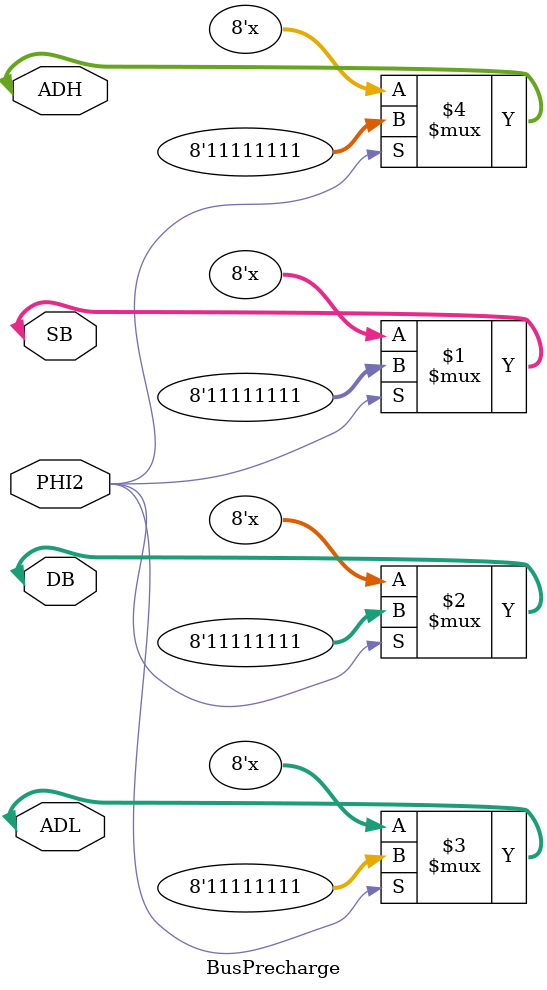
<source format=v>


// Top->Bottom Operations

`define Y_SB bop[0]			// Y => SB
`define SB_Y bop[1]			// SB => Y
`define X_SB bop[2]			// X => SB
`define SB_X bop[3]			// SB => X
`define S_ADL bop[4]		// S => ADL
`define S_SB bop[5]			// S => SB
`define SB_S bop[6]			// SB => S
`define S_S bop[7]			// The S/S command is active if the SB/S command is inactive (refresh S)
`define NDB_ADD bop[8]		// ~DB => BI
`define DB_ADD bop[9]		// DB => BI
`define Z_ADD bop[10]		// 0 => AI
`define SB_ADD bop[11]		// SB => AI
`define ADL_ADD bop[12]		// ADL => BI
`define ANDS bop[13]		// AI & BI
`define EORS bop[14]		// AI ^ BI
`define ORS bop[15]			// AI | BI
`define SRS bop[16]			// >>= 1
`define SUMS bop[17]		// AI + BI
`define ADD_SB7 bop[18]		// ADD[7] => SB[7]
`define ADD_SB06 bop[19]	// ADD[0-6] => SB[0-6]
`define ADD_ADL bop[20]		// ADD => ADL
`define SB_AC bop[21]		// SB => AC
`define AC_SB bop[22]		// AC => SB
`define AC_DB bop[23]		// AC => DB
`define ADH_PCH bop[24]		// ADH => PCH
`define PCH_PCH bop[25]		// If ADH/PCH is not performed, this command is performed (refresh PCH)
`define PCH_ADH bop[26]		// PCH => ADH
`define PCH_DB bop[27]		// PCH => DB
`define ADL_PCL bop[28]		// ADL => PCL
`define PCL_PCL bop[29]		// If ADL/PCL is not performed, this command is performed (refresh PCL)
`define PCL_ADL bop[30]		// PCL => ADL
`define PCL_DB bop[31]		// PCL => DB
`define ADH_ABH bop[32]		// ADH => ABH
`define ADL_ABL bop[33]		// ADL => ABL
`define Z_ADL0 bop[34]		// Reset some of the ADL bus bits (0). Used to set the interrupt vector.
`define Z_ADL1 bop[35]		// Reset some of the ADL bus bits (1). Used to set the interrupt vector.
`define Z_ADL2 bop[36]		// Reset some of the ADL bus bits (2). Used to set the interrupt vector.
`define Z_ADH0 bop[37]		// Reset some of the ADH bus bits (0)
`define Z_ADH17 bop[38]		// Reset some of the ADH bus bits (1-7)
`define SB_DB bop[39]		// SB <=> DB, connect the two buses
`define SB_ADH bop[40]		// SB <=> ADH
`define DL_ADL bop[41]		// DL => ADL
`define DL_ADH bop[42]		// DL => ADH
`define DL_DB bop[43]		// DL <=> DB


module Core6502 (n_NMI, n_IRQ, n_RES, PHI0, PHI1, PHI2, RDY, SO, RnW, SYNC, A, D);

	input n_NMI;		// Non-maskable interrupt signal, active low
	input n_IRQ;		// Maskable interrupt signal, active low
	input n_RES;		// Reset signal, active low
	input PHI0;			// Reference clock signal
	output PHI1;		// First half-cycle, processor in `Set RW / Address` mode
	output PHI2;		// Second half-cycle, processor in `Read/Write Data` mode
	input RDY;			// Processor Ready (1: ready)
	input SO;			// Forced setting of the overflow flag (V)
	output RnW;			// Data bus direction (R/W=1: processor reads data, R/W=0: processor writes)
	output SYNC;		// The processor is on cycle T1 (opcode fetch)
	output [15:0] A;	// Address bus
	inout [7:0] D; 		// Data bus (bidirectional)

	// Wires

	wire n_NMIP;
	wire n_IRQP;
	wire RESP;
	wire RDY_frompad;
	wire n_PRDY;
	wire SO_frompad;
	wire WR_topad;
	wire T1_topad;

	wire PHI1_tocore;
	wire PHI2_tocore;

	wire ACR;
	wire AVR;
	wire [7:0] DB;

	wire [43:0] bop;	// Control "Commands"
	wire n_ACIN;		// ALU input carry. The ALU also returns the result of carry (ACR) and overflow (AVR)
	wire n_DAA;			// 0: Perform BCD correction after addition
	wire n_DSA;			// 0: Perform BCD correction after subtraction
	wire n_IPC;			// 0: Increment the program counter	

	// Module instantiation

	ClkGen clk (
		.PHI0(PHI0), 
		.PHI1(PHI1_tocore), 
		.PHI2(PHI2_tocore), 
		.PHI1_topad(PHI1), 
		.PHI2_topad(PHI2) );

	PadsLogic pads (
		.PHI1(PHI1), 
		.PHI2(PHI2),
		.n_NMI(n_NMI), 
		.n_IRQ(n_IRQ), 
		.n_RES(n_RES), 
		.n_NMIP(n_NMIP), 
		.n_IRQP(n_IRQP), 
		.RESP(RESP), 
		.RDY(RDY), 
		.RDY_frompad(RDY_frompad), 
		.n_PRDY(n_PRDY), 
		.T1_topad(T1_topad), 
		.SYNC(SYNC), 
		.SO(SO), 
		.SO_frompad(SO_frompad),
		.WR_topad(WR_topad), 
		.RnW(RnW) );

	Core6502_Top top (
		.PHI1(PHI1_tocore),
		.PHI2(PHI2_tocore), 
		.n_NMIP(n_NMIP),
		.n_IRQP(n_IRQP),
		.RESP(RESP),
		.RDY_frompad(RDY_frompad),
		.n_PRDY(n_PRDY),
		.SO_frompad(SO_frompad),
		.bop(bop),
		.n_ACIN(n_ACIN),
		.n_DAA(n_DAA),
		.n_DSA(n_DSA),
		.n_IPC(n_IPC),
		.WR(WR_topad),
		.T1(T1_topad),
		.ACR(ACR),
		.AVR(AVR),
		.DB(DB),
		.D(D) );

	Core6502_Bot bot (
		.PHI1(PHI1_tocore),
		.PHI2(PHI2_tocore),
		.bop(bop),
		.n_ACIN(n_ACIN),
		.n_DAA(n_DAA),
		.n_DSA(n_DSA),
		.n_IPC(n_IPC),
		.WR(WR_topad),
		.ACR(ACR),
		.AVR(AVR),
		.DB(DB),
		.A(A),
		.D(D) );

endmodule // Core6502

module Core6502_Top (
	PHI1, PHI2, 
	n_NMIP, n_IRQP, RESP, RDY_frompad, n_PRDY, SO_frompad,
	bop, n_ACIN, n_DAA, n_DSA, n_IPC, WR, T1, ACR, AVR, DB, D);

	input PHI1;
	input PHI2;
	input n_NMIP;
	input n_IRQP;
	input RESP;
	input RDY_frompad;
	input n_PRDY;
	input SO_frompad;
	output [43:0] bop;
	output n_ACIN;
	output n_DAA;
	output n_DSA;
	output n_IPC;
	output WR;
	output T1;
	input ACR;
	input AVR;
	inout [7:0] DB; 	// Internal databus to Flags
	inout [7:0] D; 		// External databus to Predecode

	wire IR5_C;		// Change the value of the flag according to the IR5 bit
	wire ACR_C;		// Change the value of the flag according to the ACR value
	wire DB_C;		// Change the value of the flag according to DB0 bit
	wire DBZ_Z;		// Change the value of the flag according to the /DBZ value
	wire IR5_I;		// Change the value of the flag according to the IR5 bit
	wire IR5_D;		// Change the value of the flag according to the IR5 bit
	wire DB_V;		// Change the value of the flag according to DB6 bit
	wire Z_V;		// Clear flag V
	wire DB_N;		// Change the value of the flag according to DB7 bit
	wire P_DB;		// Place the value of the flags register P on the DB bus
	wire DB_P;		// Place the DB bus value on the flag register P

	wire Z_IR;
	wire [7:0] n_PD;
	wire n_IMPLIED;
	wire n_TWOCYCLE;
	wire n_BRTAKEN;
	wire BRFW;

	wire FETCH;
	wire IR01;
	wire [7:0] IR;
	wire [7:0] n_IR;

	wire TRES2;
	wire n_ready;
	wire T0;
	wire T1;
	wire n_T2;
	wire n_T3;
	wire n_T4;
	wire n_T5;
	wire n_T0;
	wire n_T1X;
	wire T6;
	wire T7;

	wire [129:0] Decoder_out;

	wire BRK5;
	wire BRK5_RDY;
	wire BRK6E;
	wire BRK7;
	wire DORES;
	wire n_DONMI;
	wire B_OUT;	

	wire STXY;
	wire n_SBXY;
	wire STKOP;
	wire STOR;
	wire ACRL2;
	wire DL_PCH;
	wire INC_SB;
	wire n_PCH_PCH;
	wire n_ADL_PCL;
	wire PC_DB;
	wire SR;
	wire AND;
	wire ZTST;
	wire PGX;

	// Flags output

	wire n_ZOUT;
	wire n_NOUT;
	wire n_COUT;
	wire n_DOUT;
	wire n_IOUT;
	wire n_VOUT;

	PreDecode pd (
		.PHI2(PHI2),
		.Z_IR(Z_IR),
		.Data_bus(D),
		.n_PD(n_PD),
		.n_IMPLIED(n_IMPLIED),
		.n_TWOCYCLE(n_TWOCYCLE) );

	IR ir (
		.PHI1(PHI1),
		.PHI2(PHI2),
		.n_PD(n_PD),
		.FETCH(FETCH),
		.IR01(IR01),
		.IR_out(IR),
		.n_IR_out(n_IR) );

	ExtraCounter extcnt (
		.PHI1(PHI1),
		.PHI2(PHI2),
		.TRES2(TRES2),
		.n_ready(n_ready),
		.T1(T1),
		.n_T2(n_T2),
		.n_T3(n_T3),
		.n_T4(n_T4),
		.n_T5(n_T5) );

	Decoder dec (
		.n_T0(n_T0),
		.n_T1X(n_T1X),
		.n_T2(n_T2),
		.n_T3(n_T3),
		.n_T4(n_T4),
		.n_T5(n_T5), 
		.IR01(IR01),
		.IR(IR),
		.n_IR(n_IR),
		.X(Decoder_out) );

	BRKProcessing brk (
		.PHI1(PHI1),
		.PHI2(PHI2),
		.BRK5(Decoder_out[22]),
		.n_ready(n_ready),
		.RESP(RESP),
		.n_NMIP(n_NMIP),
		.BR2(Decoder_out[80]),
		.T0(T0),
		.n_IRQP(n_IRQP),
		.n_IOUT(n_IOUT),
		.BRK6E(BRK6E),
		.BRK7(BRK7),
		.BRK5_RDY(BRK5_RDY),
		.DORES(DORES),
		.n_DONMI(n_DONMI),
		.B_OUT(B_OUT) );

	IntVector int (
		.PHI2(PHI2),
		.BRK5_RDY(BRK5_RDY),
		.BRK7(BRK7),
		.DORES(DORES),
		.n_DONMI(n_DONMI),
		.Z_ADL0(`Z_ADL0),
		.Z_ADL1(`Z_ADL1),
		.Z_ADL2(`Z_ADL2) );

	Regs_Control regctl (
		.PHI1(PHI1),
		.PHI2(PHI2), 
		.STOR(STOR),
		.n_ready(n_ready), 
		.X(Decoder_out),
		.STXY(STXY),
		.n_SBXY(n_SBXY),
		.STKOP(STKOP), 
		.Y_SB(`Y_SB),
		.X_SB(`X_SB),
		.S_SB(`S_SB),
		.SB_X(`SB_X),
		.SB_Y(`SB_Y),
		.SB_S(`SB_S),
		.S_S(`S_S),
		.S_ADL(`S_ADL) );

	ALU_Control aluctl (
		.PHI1(PHI1),
		.PHI2(PHI2),
		.BRFW(BRFW),
		.n_ready(n_ready),
		.BRK6E(BRK6E),
		.STKOP(STKOP),
		.PGX(PGX),
		.X(Decoder_out),
		.T0(T0),
		.T1(T1),
		.T6(T6),
		.T7(T7),
		.n_DOUT(n_DOUT),
		.n_COUT(n_COUT),
		.INC_SB(INC_SB),
		.SR(SR),
		.AND(AND),
		.NDB_ADD(`NDB_ADD),
		.DB_ADD(`DB_ADD),
		.Z_ADD(`Z_ADD),
		.SB_ADD(`SB_ADD),
		.ADL_ADD(`ADL_ADD),
		.ADD_SB06(`ADD_SB06),
		.ADD_SB7(`ADD_SB7),
		.ADD_ADL(`ADD_ADL),
		.ANDS(`ANDS),
		.EORS(`EORS),
		.ORS(`ORS),
		.SRS(`SRS),
		.SUMS(`SUMS),
		.n_ACIN(n_ACIN),
		.n_DAA(n_DAA),
		.n_DSA(n_DSA) );

	Bus_Control busctl (
		.PHI1(PHI1),
		.PHI2(PHI2),
		.n_SBXY(n_SBXY),
		.AND(AND),
		.STOR(STOR),
		.Z_ADL0(`Z_ADL0),
		.BR2(Decoder_out[80]),
		.ACRL2(ACRL2),
		.DL_PCH(DL_PCH),
		.n_ready(n_ready),
		.INC_SB(INC_SB),
		.BRK6E(BRK6E),
		.STXY(STXY),
		.n_PCH_PCH(n_PCH_PCH),
		.T0(T0),
		.T1(T1),
		.T6(T6),
		.T7(T7),
		.X(Decoder_out),
		.ZTST(ZTST),
		.PGX(PGX), 
		.Z_ADH0(`Z_ADH0),
		.Z_ADH17(`Z_ADH17),
		.SB_AC(`SB_AC),
		.ADL_ABL(`ADL_ABL),
		.AC_SB(`AC_SB),
		.SB_DB(`SB_DB),
		.AC_DB(`AC_DB),
		.SB_ADH(`SB_ADH),
		.DL_ADH(`DL_ADH),
		.DL_ADL(`DL_ADL),
		.ADH_ABH(`ADH_ABH),
		.DL_DB(`DL_DB) );

	PC_Control pcctl (
		.PHI1(PHI1),
		.PHI2(PHI2),
		.n_ready(n_ready),
		.T0(T0),
		.T1(T1), 
		.X(Decoder_out),
		.PCL_DB(`PCL_DB),
		.PCH_DB(`PCH_DB),
		.PC_DB(PC_DB),
		.PCL_ADL(`PCL_ADL),
		.PCH_ADH(`PCH_ADH),
		.PCL_PCL(`PCL_PCL),
		.ADL_PCL(`ADL_PCL),
		.n_ADL_PCL(n_ADL_PCL),
		.DL_PCH(DL_PCH),
		.ADH_PCH(`ADH_PCH),
		.PCH_PCH(`PCH_PCH),
		.n_PCH_PCH(n_PCH_PCH) );

	Flags_Control fctl (
		.PHI2(PHI2),
		.X(Decoder_out),
		.T7(T7),
		.ZTST(ZTST),
		.n_ready(n_ready),
		.SR(SR),
		.P_DB(P_DB),
		.IR5_I(IR5_I),
		.IR5_C(IR5_C),
		.IR5_D(IR5_D),
		.Z_V(Z_V),
		.ACR_C(ACR_C),
		.DBZ_Z(DBZ_Z),
		.DB_N(DB_N),
		.DB_P(DB_P),
		.DB_C(DB_C),
		.DB_V(DB_V) );

	Dispatch disp (
		.PHI1(PHI1),
		.PHI2(PHI2),
		.BRK6E(BRK6E),
		.RESP(RESP),
		.ACR(ACR),
		.DORES(DORES),
		.PC_DB(PC_DB),
		.RDY(RDY_frompad),
		.B_OUT(B_OUT),
		.BRFW(BRFW),
		.n_BRTAKEN(n_BRTAKEN),
		.n_TWOCYCLE(n_TWOCYCLE),
		.n_IMPLIED(n_IMPLIED),
		.n_ADL_PCL(n_ADL_PCL), 
		.X(Decoder_out), 
		.ACRL2(ACRL2),
		.T6(T6),
		.T7(T7),
		.TRES2(TRES2),
		.STOR(STOR),
		.Z_IR(Z_IR),
		.FETCH(FETCH),
		.n_ready(n_ready),
		.WR(WR),
		.T1(T1),
		.n_T0(n_T0),
		.T0(T0),
		.n_T1X(n_T1X),
		.n_IPC(n_IPC) );

	BranchLogic branch (
		.PHI1(PHI1),
		.PHI2(PHI2),
		.n_IR5(n_IR[5]),
		.X(Decoder_out),
		.n_COUT(n_COUT),
		.n_VOUT(n_VOUT),
		.n_NOUT(n_NOUT),
		.n_ZOUT(n_ZOUT),
		.DB(DB),
		.BR2(Decoder_out[80]),
		.n_BRTAKEN(n_BRTAKEN),
		.BRFW(BRFW) );

	Flags flags (
		.PHI1(PHI1),
		.PHI2(PHI2),
		.P_DB(P_DB),
		.DB_P(DB_P),
		.DBZ_Z(DBZ_Z),
		.DB_N(DB_N),
		.IR5_C(IR5_C),
		.DB_C(DB_C),
		.ACR_C(ACR_C),
		.IR5_D(IR5_D),
		.DB_V(DB_V),
		.Z_V(Z_V),
		.ACR(ACR),
		.AVR(AVR),
		.B_OUT(B_OUT),
		.n_IR5(n_IR[5]),
		.BRK6E(BRK6E),
		.Dec112(Decoder_out[112]),
		.SO_frompad(SO_frompad), 
		.DB(DB),
		.n_ZOUT(n_ZOUT),
		.n_NOUT(n_NOUT),
		.n_COUT(n_COUT),
		.n_DOUT(n_DOUT),
		.n_IOUT(n_IOUT),
		.n_VOUT(n_VOUT) );

endmodule // Core6502_Top

module Core6502_Bot (PHI1, PHI2, bop, n_ACIN, n_DAA, n_DSA, n_IPC, WR, ACR, AVR, DB, A, D);

	input PHI1;
	input PHI2;
	input [43:0] bop;
	input n_ACIN;
	input n_DAA;
	input n_DSA;
	input n_IPC;
	input WR;
	output ACR;
	output AVR;
	output [15:0] A;
	inout [7:0] DB; 	// Internal data bus
	inout [7:0] D;

	wire [7:0] SB; 		// Side bus
	wire [7:0] ADL;		// Address bus low
	wire [7:0] ADH;		// Address bus high

	wire RD_to_db;

	Regs regs (
		.PHI2(PHI2),
		.Y_SB(`Y_SB),
		.SB_Y(`SB_Y),
		.X_SB(`X_SB),
		.SB_X(`SB_X),
		.S_SB(`S_SB),
		.S_ADL(`S_ADL),
		.S_S(`S_S),
		.SB_S(`SB_S), 
		.SB(SB),
		.ADL(ADL) );

	ALU alu (
		.PHI2(PHI2),
		.NDB_ADD(`NDB_ADD),
		.DB_ADD(`DB_ADD),
		.Z_ADD(`Z_ADD),
		.SB_ADD(`SB_ADD),
		.ADL_ADD(`ADL_ADD),
		.ADD_SB06(`ADD_SB06),
		.ADD_SB7(`ADD_SB7),
		.ADD_ADL(`ADD_ADL),
		.ANDS(`ANDS),
		.EORS(`EORS),
		.ORS(`ORS),
		.SRS(`SRS),
		.SUMS(`SUMS), 
		.SB_AC(`SB_AC),
		.AC_SB(`AC_SB),
		.AC_DB(`AC_DB),
		.SB_DB(`SB_DB),
		.SB_ADH(`SB_ADH),
		.Z_ADH0(`Z_ADH0),
		.Z_ADH17(`Z_ADH17),
		.n_ACIN(n_ACIN),
		.n_DAA(n_DAA),
		.n_DSA(n_DSA),
		.SB(SB),
		.DB(DB),
		.ADL(ADL),
		.ADH(ADH),
		.ACR(ACR),
		.AVR(AVR) );

	PC pc (
		.PHI2(PHI2),
		.n_IPC(n_IPC),
		.ADL_PCL(`ADL_PCL),
		.PCL_PCL(`PCL_PCL),
		.PCL_ADL(`PCL_ADL),
		.PCL_DB(`PCL_DB),
		.ADH_PCH(`ADH_PCH),
		.PCH_PCH(`PCH_PCH),
		.PCH_ADH(`PCH_ADH),
		.PCH_DB(`PCH_DB),
		.ADL(ADL),
		.ADH(ADH),
		.DB(DB) );

	AddrBusBitLow abl02 [2:0] (
		.PHI1(PHI1),
		.PHI2(PHI2),
		.ADX(ADL[2:0]),
		.Z_ADX({Z_ADL2,Z_ADL1,Z_ADL0}),
		.ADX_ABX(`ADL_ABL),
		.ABus_out(A[2:0]) );

	AddrBusBit abl [7:3] (
		.PHI1(PHI1),
		.PHI2(PHI2),
		.ADX(ADL[7:3]),
		.ADX_ABX(`ADL_ABL),
		.ABus_out(A[7:3]) );

	AddrBusBit abh [7:0] (
		.PHI1(PHI1),
		.PHI2(PHI2),
		.ADX(ADH),
		.ADX_ABX(`ADH_ABH),
		.ABus_out(A[7:0]) );

	WRLatch wrl (
		.PHI1(PHI1),
		.PHI2(PHI2),
		.WR(WR),
		.RD(RD_to_db) );

	DataBusBit db [7:0] (
		.PHI1(PHI1),
		.PHI2(PHI2),
		.ADL(ADL),
		.ADH(ADH),
		.DB(DB),
		.DB_Ext(D),
		.DL_ADL(`DL_ADL),
		.DL_ADH(`DL_ADH),
		.DL_DB(`DL_DB),
		.RD(RD_to_db) );

	BusPrecharge precharge (
		.PHI2(PHI2),
		.SB(SB),
		.DB(DB),
		.ADL(ADL),
		.ADH(ADH) );

endmodule // Core6502_Bot

module BusPrecharge ( PHI2, SB, DB, ADL, ADH );

	input PHI2;
	inout [7:0] SB;
	inout [7:0] DB;
	inout [7:0] ADL;
	inout [7:0] ADH;

	assign SB = PHI2 ? 8'b11111111 : 8'bzzzzzzzz;
	assign DB = PHI2 ? 8'b11111111 : 8'bzzzzzzzz;
	assign ADL = PHI2 ? 8'b11111111 : 8'bzzzzzzzz;
	assign ADH = PHI2 ? 8'b11111111 : 8'bzzzzzzzz;

endmodule // BusPrecharge

</source>
